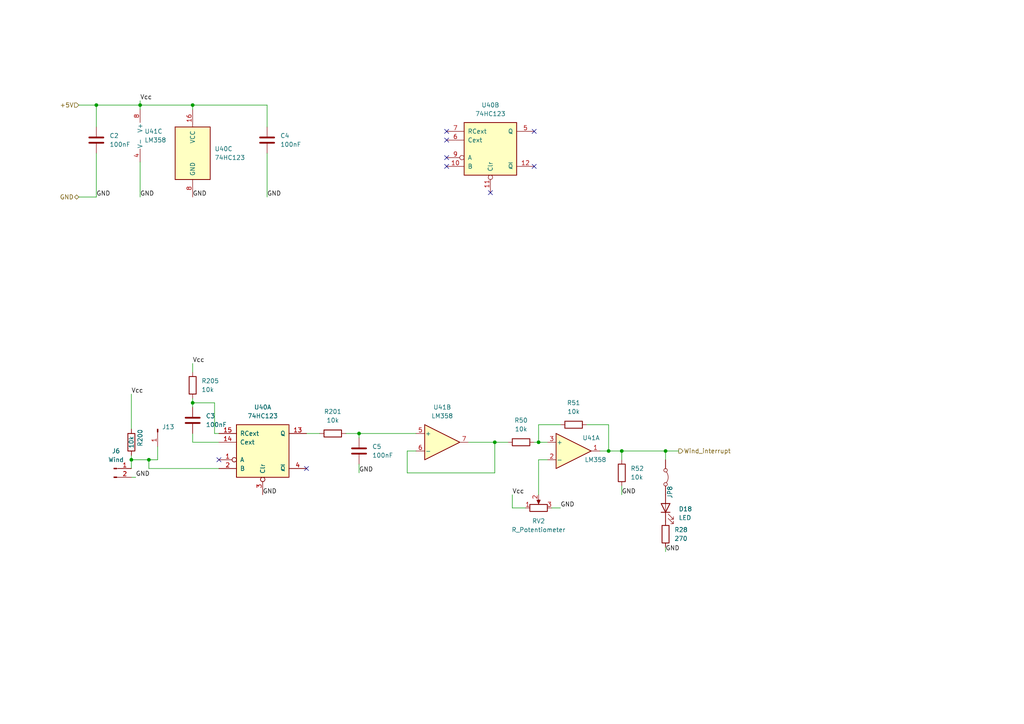
<source format=kicad_sch>
(kicad_sch (version 20231120) (generator "eeschema") (generator_version "8.0")
  (paper "A4")
  (title_block (title "Wind handler") (date "2024-04-17") (rev "1.0"))
  (lib_symbols
    (symbol "74xx:74HC123" (pin_names (offset 1.016))
      (property "Reference" "U" (at -7.62 8.89 0))
      (property "Value" "74HC123" (at -7.62 -8.89 0))
      (symbol "74HC123_1_0"
        (pin input inverted (at -12.7 -2.54 0) (length 5.08) (name "A") (number "1"))
        (pin output line (at 12.7 5.08 180) (length 5.08) (name "Q") (number "13"))
        (pin input line (at -12.7 2.54 0) (length 5.08) (name "Cext") (number "14"))
        (pin input line (at -12.7 5.08 0) (length 5.08) (name "RCext") (number "15"))
        (pin input line (at -12.7 -5.08 0) (length 5.08) (name "B") (number "2"))
        (pin input inverted (at 0 -12.7 90) (length 5.08) (name "Clr") (number "3"))
        (pin output line (at 12.7 -5.08 180) (length 5.08) (name "~{Q}") (number "4"))
      )
      (symbol "74HC123_1_1"
        (rectangle (start -7.62 7.62) (end 7.62 -7.62) (stroke (width 0.254)) (fill (type background)))
      )
      (symbol "74HC123_2_0"
        (pin input line (at -12.7 -5.08 0) (length 5.08) (name "B") (number "10"))
        (pin input inverted (at 0 -12.7 90) (length 5.08) (name "Clr") (number "11"))
        (pin output line (at 12.7 -5.08 180) (length 5.08) (name "~{Q}") (number "12"))
        (pin output line (at 12.7 5.08 180) (length 5.08) (name "Q") (number "5"))
        (pin input line (at -12.7 2.54 0) (length 5.08) (name "Cext") (number "6"))
        (pin input line (at -12.7 5.08 0) (length 5.08) (name "RCext") (number "7"))
        (pin input inverted (at -12.7 -2.54 0) (length 5.08) (name "A") (number "9"))
      )
      (symbol "74HC123_2_1"
        (rectangle (start -7.62 7.62) (end 7.62 -7.62) (stroke (width 0.254)) (fill (type background)))
      )
      (symbol "74HC123_3_0"
        (pin power_in line (at 0 12.7 270) (length 5.08) (name "VCC") (number "16"))
        (pin power_in line (at 0 -12.7 90) (length 5.08) (name "GND") (number "8"))
      )
      (symbol "74HC123_3_1"
        (rectangle (start -5.08 7.62) (end 5.08 -7.62) (stroke (width 0.254)) (fill (type background)))
      )
    )
    (symbol "Amplifier_Operational:LM358" (pin_names (offset 0.127))
      (property "Reference" "U" (at 0 5.08 0))
      (property "Value" "LM358" (at 0 -5.08 0))
      (symbol "LM358_1_1"
        (polyline (pts (xy -5.08 5.08) (xy 5.08 0) (xy -5.08 -5.08) (xy -5.08 5.08)) (stroke (width 0.254)) (fill (type background)))
        (pin output line (at 7.62 0 180) (length 2.54) (name "~") (number "1"))
        (pin input line (at -7.62 -2.54 0) (length 2.54) (name "-") (number "2"))
        (pin input line (at -7.62 2.54 0) (length 2.54) (name "+") (number "3"))
      )
      (symbol "LM358_2_1"
        (polyline (pts (xy -5.08 5.08) (xy 5.08 0) (xy -5.08 -5.08) (xy -5.08 5.08)) (stroke (width 0.254)) (fill (type background)))
        (pin input line (at -7.62 2.54 0) (length 2.54) (name "+") (number "5"))
        (pin input line (at -7.62 -2.54 0) (length 2.54) (name "-") (number "6"))
        (pin output line (at 7.62 0 180) (length 2.54) (name "~") (number "7"))
      )
      (symbol "LM358_3_1"
        (pin power_in line (at -2.54 -7.62 90) (length 3.81) (name "V-") (number "4"))
        (pin power_in line (at -2.54 7.62 270) (length 3.81) (name "V+") (number "8"))
      )
    )
    (symbol "Connector:Conn_01x01_Pin" (pin_names (offset 1.016) hide)
      (property "Reference" "J" (at 0 2.54 0))
      (property "Value" "Conn_01x01_Pin" (at 0 -2.54 0))
      (symbol "Conn_01x01_Pin_1_1"
        (polyline (pts (xy 1.27 0) (xy 0.8636 0)) (stroke (width 0.1524)))
        (rectangle (start 0.8636 0.127) (end 0 -0.127) (stroke (width 0.1524)) (fill (type outline)))
        (pin passive line (at 5.08 0 180) (length 3.81) (name "Pin_1") (number "1"))
      )
    )
    (symbol "Connector:Conn_01x02_Pin" (pin_names (offset 1.016) hide)
      (property "Reference" "J" (at 0 2.54 0))
      (property "Value" "Conn_01x02_Pin" (at 0 -5.08 0))
      (symbol "Conn_01x02_Pin_1_1"
        (polyline (pts (xy 1.27 -2.54) (xy 0.8636 -2.54)) (stroke (width 0.1524)))
        (polyline (pts (xy 1.27 0) (xy 0.8636 0)) (stroke (width 0.1524)))
        (rectangle (start 0.8636 -2.413) (end 0 -2.667) (stroke (width 0.1524)) (fill (type outline)))
        (rectangle (start 0.8636 0.127) (end 0 -0.127) (stroke (width 0.1524)) (fill (type outline)))
        (pin passive line (at 5.08 0 180) (length 3.81) (name "Pin_1") (number "1"))
        (pin passive line (at 5.08 -2.54 180) (length 3.81) (name "Pin_2") (number "2"))
      )
    )
    (symbol "Device:C" (pin_numbers hide) (pin_names (offset 0.254))
      (property "Reference" "C" (at 0.635 2.54 0))
      (property "Value" "C" (at 0.635 -2.54 0))
      (symbol "C_0_1"
        (polyline (pts (xy -2.032 -0.762) (xy 2.032 -0.762)) (stroke (width 0.508)))
        (polyline (pts (xy -2.032 0.762) (xy 2.032 0.762)) (stroke (width 0.508)))
      )
      (symbol "C_1_1"
        (pin passive line (at 0 3.81 270) (length 2.794) (name "~") (number "1"))
        (pin passive line (at 0 -3.81 90) (length 2.794) (name "~") (number "2"))
      )
    )
    (symbol "Device:LED" (pin_numbers hide) (pin_names (offset 1.016) hide)
      (property "Reference" "D" (at 0 2.54 0))
      (property "Value" "LED" (at 0 -2.54 0))
      (symbol "LED_0_1"
        (polyline (pts (xy -1.27 -1.27) (xy -1.27 1.27)) (stroke (width 0.254)))
        (polyline (pts (xy -1.27 0) (xy 1.27 0)))
        (polyline (pts (xy 1.27 -1.27) (xy 1.27 1.27) (xy -1.27 0) (xy 1.27 -1.27)) (stroke (width 0.254)))
        (polyline (pts (xy -3.048 -0.762) (xy -4.572 -2.286) (xy -3.81 -2.286) (xy -4.572 -2.286) (xy -4.572 -1.524)))
        (polyline (pts (xy -1.778 -0.762) (xy -3.302 -2.286) (xy -2.54 -2.286) (xy -3.302 -2.286) (xy -3.302 -1.524)))
      )
      (symbol "LED_1_1"
        (pin passive line (at -3.81 0 0) (length 2.54) (name "K") (number "1"))
        (pin passive line (at 3.81 0 180) (length 2.54) (name "A") (number "2"))
      )
    )
    (symbol "Device:R" (pin_numbers hide) (pin_names (offset 0))
      (property "Reference" "R" (at 2.032 0 90))
      (property "Value" "R" (at 0 0 90))
      (symbol "R_0_1"
        (rectangle (start -1.016 -2.54) (end 1.016 2.54) (stroke (width 0.254)))
      )
      (symbol "R_1_1"
        (pin passive line (at 0 3.81 270) (length 1.27) (name "~") (number "1"))
        (pin passive line (at 0 -3.81 90) (length 1.27) (name "~") (number "2"))
      )
    )
    (symbol "Device:R_Potentiometer" (pin_names (offset 1.016) hide)
      (property "Reference" "RV" (at -4.445 0 90))
      (property "Value" "R_Potentiometer" (at -2.54 0 90))
      (symbol "R_Potentiometer_0_1"
        (polyline (pts (xy 2.54 0) (xy 1.524 0)))
        (polyline (pts (xy 1.143 0) (xy 2.286 0.508) (xy 2.286 -0.508) (xy 1.143 0)) (fill (type outline)))
        (rectangle (start 1.016 2.54) (end -1.016 -2.54) (stroke (width 0.254)))
      )
      (symbol "R_Potentiometer_1_1"
        (pin passive line (at 0 3.81 270) (length 1.27) (name "1") (number "1"))
        (pin passive line (at 3.81 0 180) (length 1.27) (name "2") (number "2"))
        (pin passive line (at 0 -3.81 90) (length 1.27) (name "3") (number "3"))
      )
    )
    (symbol "Jumper:Jumper_2_Bridged" (pin_numbers hide) (pin_names (offset 0) hide) (exclude_from_sim yes)
      (property "Reference" "JP" (at 0 1.905 0))
      (property "Value" "Jumper_2_Bridged" (at 0 -2.54 0))
      (symbol "Jumper_2_Bridged_0_0"
        (circle (center -2.032 0) (radius 0.508))
        (circle (center 2.032 0) (radius 0.508))
      )
      (symbol "Jumper_2_Bridged_0_1"
        (arc (start 1.524 0.254) (mid 0 0.762) (end -1.524 0.254))
      )
      (symbol "Jumper_2_Bridged_1_1"
        (pin passive line (at -5.08 0 0) (length 2.54) (name "A") (number "1"))
        (pin passive line (at 5.08 0 180) (length 2.54) (name "B") (number "2"))
      )
    )
  )
  (junction (at 156.21 128.27))
  (junction (at 55.88 30.48))
  (junction (at 43.18 133.35))
  (junction (at 180.34 130.81))
  (junction (at 55.88 116.84))
  (junction (at 104.14 125.73))
  (junction (at 193.04 130.81))
  (junction (at 38.1 133.35))
  (junction (at 40.64 30.48))
  (junction (at 27.94 30.48))
  (junction (at 176.53 130.81))
  (junction (at 143.51 128.27))
  (no_connect (at 129.54 38.1))
  (no_connect (at 142.24 55.88))
  (no_connect (at 154.94 48.26))
  (no_connect (at 154.94 38.1))
  (no_connect (at 129.54 40.64))
  (no_connect (at 129.54 48.26))
  (no_connect (at 88.9 135.89))
  (no_connect (at 129.54 45.72))
  (no_connect (at 63.5 133.35))
  (wire (pts (xy 143.51 128.27) (xy 147.32 128.27)))
  (wire (pts (xy 148.59 147.32) (xy 152.4 147.32)))
  (wire (pts (xy 176.53 123.19) (xy 176.53 130.81)))
  (wire (pts (xy 104.14 125.73) (xy 120.65 125.73)))
  (wire (pts (xy 104.14 125.73) (xy 104.14 127)))
  (wire (pts (xy 120.65 130.81) (xy 118.11 130.81)))
  (wire (pts (xy 162.56 123.19) (xy 156.21 123.19)))
  (wire (pts (xy 55.88 31.75) (xy 55.88 30.48)))
  (wire (pts (xy 43.18 133.35) (xy 45.72 133.35)))
  (wire (pts (xy 193.04 158.75) (xy 193.04 160.02)))
  (wire (pts (xy 40.64 30.48) (xy 55.88 30.48)))
  (wire (pts (xy 143.51 137.16) (xy 143.51 128.27)))
  (wire (pts (xy 118.11 130.81) (xy 118.11 137.16)))
  (wire (pts (xy 38.1 133.35) (xy 43.18 133.35)))
  (wire (pts (xy 180.34 133.35) (xy 180.34 130.81)))
  (wire (pts (xy 27.94 44.45) (xy 27.94 57.15)))
  (wire (pts (xy 55.88 105.41) (xy 55.88 107.95)))
  (wire (pts (xy 38.1 133.35) (xy 38.1 135.89)))
  (wire (pts (xy 55.88 115.57) (xy 55.88 116.84)))
  (wire (pts (xy 156.21 123.19) (xy 156.21 128.27)))
  (wire (pts (xy 77.47 44.45) (xy 77.47 57.15)))
  (wire (pts (xy 180.34 130.81) (xy 193.04 130.81)))
  (wire (pts (xy 38.1 132.08) (xy 38.1 133.35)))
  (wire (pts (xy 143.51 128.27) (xy 135.89 128.27)))
  (wire (pts (xy 62.23 125.73) (xy 62.23 116.84)))
  (wire (pts (xy 22.86 57.15) (xy 27.94 57.15)))
  (wire (pts (xy 170.18 123.19) (xy 176.53 123.19)))
  (wire (pts (xy 55.88 116.84) (xy 62.23 116.84)))
  (wire (pts (xy 173.99 130.81) (xy 176.53 130.81)))
  (wire (pts (xy 38.1 138.43) (xy 39.37 138.43)))
  (wire (pts (xy 118.11 137.16) (xy 143.51 137.16)))
  (wire (pts (xy 104.14 134.62) (xy 104.14 137.16)))
  (wire (pts (xy 45.72 129.54) (xy 45.72 133.35)))
  (wire (pts (xy 40.64 30.48) (xy 40.64 31.75)))
  (wire (pts (xy 100.33 125.73) (xy 104.14 125.73)))
  (wire (pts (xy 160.02 147.32) (xy 162.56 147.32)))
  (wire (pts (xy 55.88 30.48) (xy 77.47 30.48)))
  (wire (pts (xy 158.75 133.35) (xy 156.21 133.35)))
  (wire (pts (xy 55.88 125.73) (xy 55.88 128.27)))
  (wire (pts (xy 63.5 128.27) (xy 55.88 128.27)))
  (wire (pts (xy 193.04 130.81) (xy 193.04 133.35)))
  (wire (pts (xy 156.21 133.35) (xy 156.21 143.51)))
  (wire (pts (xy 180.34 140.97) (xy 180.34 143.51)))
  (wire (pts (xy 55.88 116.84) (xy 55.88 118.11)))
  (wire (pts (xy 156.21 128.27) (xy 158.75 128.27)))
  (wire (pts (xy 43.18 135.89) (xy 43.18 133.35)))
  (wire (pts (xy 40.64 29.21) (xy 40.64 30.48)))
  (wire (pts (xy 22.86 30.48) (xy 27.94 30.48)))
  (wire (pts (xy 27.94 30.48) (xy 27.94 36.83)))
  (wire (pts (xy 88.9 125.73) (xy 92.71 125.73)))
  (wire (pts (xy 77.47 36.83) (xy 77.47 30.48)))
  (wire (pts (xy 148.59 143.51) (xy 148.59 147.32)))
  (wire (pts (xy 154.94 128.27) (xy 156.21 128.27)))
  (wire (pts (xy 176.53 130.81) (xy 180.34 130.81)))
  (wire (pts (xy 63.5 125.73) (xy 62.23 125.73)))
  (wire (pts (xy 193.04 130.81) (xy 196.85 130.81)))
  (wire (pts (xy 63.5 135.89) (xy 43.18 135.89)))
  (wire (pts (xy 27.94 30.48) (xy 40.64 30.48)))
  (wire (pts (xy 40.64 46.99) (xy 40.64 57.15)))
  (wire (pts (xy 38.1 114.3) (xy 38.1 124.46)))
  (label "GND" (at 180.34 143.51 0))
  (label "GND" (at 27.94 57.15 0))
  (label "GND" (at 104.14 137.16 0))
  (label "GND" (at 55.88 57.15 0))
  (label "GND" (at 162.56 147.32 0))
  (label "Vcc" (at 55.88 105.41 0))
  (label "GND" (at 77.47 57.15 0))
  (label "GND" (at 76.2 143.51 0))
  (label "GND" (at 193.04 160.02 0))
  (label "Vcc" (at 40.64 29.21 0))
  (label "GND" (at 39.37 138.43 0))
  (label "GND" (at 40.64 57.15 0))
  (label "Vcc" (at 148.59 143.51 0))
  (label "Vcc" (at 38.1 114.3 0))
  (hierarchical_label "Wind_interrupt" (shape output) (at 196.85 130.81 0))
  (hierarchical_label "GND" (shape bidirectional) (at 22.86 57.15 180))
  (hierarchical_label "+5V" (shape input) (at 22.86 30.48 180))
  (symbol (lib_id "74xx:74HC123") (at 55.88 44.45 0) (unit 3)
    (property "Reference" "U40" (at 62.23 43.1799 0) (effects (justify left)))
    (property "Value" "74HC123" (at 62.23 45.7199 0) (effects (justify left)))
    (property "Footprint" "Package_DIP:DIP-16_W7.62mm_Socket" (effects (hide yes)))
    (property "Datasheet" "https://assets.nexperia.com/documents/data-sheet/74HC_HCT123.pdf" (effects (hide yes)))
    (property "Description" "Dual retriggerable monostable multivibrator" (effects (hide yes)))
  )
  (symbol (lib_id "Device:LED") (at 193.04 147.32 90) (unit 1)
    (property "Reference" "D18" (at 196.85 147.6375 90) (effects (justify right)))
    (property "Value" "LED" (at 196.85 150.1775 90) (effects (justify right)))
    (property "Footprint" "LED_THT:LED_D3.0mm" (effects (hide yes)))
  )
  (symbol (lib_id "74xx:74HC123") (at 76.2 130.81 0) (unit 1)
    (property "Reference" "U40" (at 76.2 118.11 0))
    (property "Value" "74HC123" (at 76.2 120.65 0))
    (property "Footprint" "Package_DIP:DIP-16_W7.62mm_Socket" (effects (hide yes)))
    (property "Datasheet" "https://assets.nexperia.com/documents/data-sheet/74HC_HCT123.pdf" (effects (hide yes)))
    (property "Description" "Dual retriggerable monostable multivibrator" (effects (hide yes)))
  )
  (symbol (lib_id "Device:R") (at 96.52 125.73 90) (unit 1)
    (property "Reference" "R201" (at 96.52 119.38 90))
    (property "Value" "10k" (at 96.52 121.92 90))
    (property "Footprint" "Resistor_THT:R_Axial_DIN0207_L6.3mm_D2.5mm_P7.62mm_Horizontal" (effects (hide yes)))
  )
  (symbol (lib_id "Amplifier_Operational:LM358") (at 166.37 130.81 0) (unit 1)
    (property "Reference" "U41" (at 171.45 127 0))
    (property "Value" "LM358" (at 172.72 133.35 0))
    (property "Footprint" "Package_DIP:DIP-8_W7.62mm_Socket" (effects (hide yes)))
    (property "Datasheet" "http://www.ti.com/lit/ds/symlink/lm2904-n.pdf" (effects (hide yes)))
  )
  (symbol (lib_id "Device:R_Potentiometer") (at 156.21 147.32 90) (unit 1)
    (property "Reference" "RV2" (at 156.21 151.13 90))
    (property "Value" "R_Potentiometer" (at 156.21 153.67 90))
    (property "Footprint" "Potentiometer_THT:Potentiometer_Bourns_3266Y_Vertical" (effects (hide yes)))
  )
  (symbol (lib_id "Device:C") (at 55.88 121.92 0) (unit 1)
    (property "Reference" "C3" (at 59.69 120.65 0) (effects (justify left)))
    (property "Value" "100nF" (at 59.69 123.19 0) (effects (justify left)))
    (property "Footprint" "Capacitor_SMD:C_0603_1608Metric" (effects (hide yes)))
  )
  (symbol (lib_id "Device:C") (at 77.47 40.64 0) (unit 1)
    (property "Reference" "C4" (at 81.28 39.37 0) (effects (justify left)))
    (property "Value" "100nF" (at 81.28 41.91 0) (effects (justify left)))
    (property "Footprint" "Capacitor_THT:C_Radial_D5.0mm_H11.0mm_P2.00mm" (effects (hide yes)))
  )
  (symbol (lib_id "Jumper:Jumper_2_Bridged") (at 193.04 138.43 270) (unit 1) (exclude_from_sim yes)
    (property "Reference" "JP8" (at 194.31 142.748 0))
    (property "Value" "Jumper" (effects (hide yes)))
    (property "Footprint" "Connector_PinHeader_2.54mm:PinHeader_1x02_P2.54mm_Vertical" (effects (hide yes)))
    (property "Description" "Jumper, 2-pole, closed/bridged" (effects (hide yes)))
  )
  (symbol (lib_id "Device:R") (at 166.37 123.19 90) (unit 1)
    (property "Reference" "R51" (at 166.37 116.84 90))
    (property "Value" "10k" (at 166.37 119.38 90))
    (property "Footprint" "Resistor_THT:R_Axial_DIN0207_L6.3mm_D2.5mm_P7.62mm_Horizontal" (effects (hide yes)))
  )
  (symbol (lib_id "Device:R") (at 193.04 154.94 0) (unit 1)
    (property "Reference" "R28" (at 195.58 153.67 0) (effects (justify left)))
    (property "Value" "270" (at 195.58 156.21 0) (effects (justify left)))
    (property "Footprint" "Resistor_THT:R_Axial_DIN0207_L6.3mm_D2.5mm_P7.62mm_Horizontal" (effects (hide yes)))
  )
  (symbol (lib_id "Device:C") (at 27.94 40.64 0) (unit 1)
    (property "Reference" "C2" (at 31.75 39.37 0) (effects (justify left)))
    (property "Value" "100nF" (at 31.75 41.91 0) (effects (justify left)))
    (property "Footprint" "Capacitor_THT:C_Radial_D5.0mm_H11.0mm_P2.00mm" (effects (hide yes)))
  )
  (symbol (lib_id "Device:R") (at 180.34 137.16 180) (unit 1)
    (property "Reference" "R52" (at 182.88 135.8899 0) (effects (justify right)))
    (property "Value" "10k" (at 182.88 138.4299 0) (effects (justify right)))
    (property "Footprint" "Resistor_THT:R_Axial_DIN0207_L6.3mm_D2.5mm_P7.62mm_Horizontal" (effects (hide yes)))
  )
  (symbol (lib_id "Connector:Conn_01x01_Pin") (at 45.72 124.46 270) (unit 1)
    (property "Reference" "J13" (at 46.99 123.8249 90) (effects (justify left)))
    (property "Value" "RAW_data_Wind" (effects (hide yes)))
    (property "Footprint" "Connector_PinHeader_2.54mm:PinHeader_1x01_P2.54mm_Vertical" (effects (hide yes)))
    (property "Description" "Generic connector, single row, 01x01, script generated" (effects (hide yes)))
  )
  (symbol (lib_id "Device:R") (at 55.88 111.76 0) (unit 1)
    (property "Reference" "R205" (at 58.42 110.4899 0) (effects (justify left)))
    (property "Value" "10k" (at 58.42 113.0299 0) (effects (justify left)))
    (property "Footprint" "Resistor_THT:R_Axial_DIN0207_L6.3mm_D2.5mm_P7.62mm_Horizontal" (effects (hide yes)))
  )
  (symbol (lib_id "Device:C") (at 104.14 130.81 0) (unit 1)
    (property "Reference" "C5" (at 107.95 129.54 0) (effects (justify left)))
    (property "Value" "100nF" (at 107.95 132.08 0) (effects (justify left)))
    (property "Footprint" "Capacitor_SMD:C_0603_1608Metric" (effects (hide yes)))
  )
  (symbol (lib_id "Amplifier_Operational:LM358") (at 128.27 128.27 0) (unit 2)
    (property "Reference" "U41" (at 128.27 118.11 0))
    (property "Value" "LM358" (at 128.27 120.65 0))
    (property "Footprint" "Package_DIP:DIP-8_W7.62mm_Socket" (effects (hide yes)))
    (property "Datasheet" "http://www.ti.com/lit/ds/symlink/lm2904-n.pdf" (effects (hide yes)))
    (property "Description" "Low-Power, Dual Operational Amplifiers, DIP-8/SOIC-8/TO-99-8" (effects (hide yes)))
  )
  (symbol (lib_id "Connector:Conn_01x02_Pin") (at 33.02 135.89 0) (unit 1)
    (property "Reference" "J6" (at 33.655 130.81 0))
    (property "Value" "Wind" (at 33.655 133.35 0))
    (property "Footprint" "TerminalBlock_Phoenix:TerminalBlock_Phoenix_MPT-0,5-2-2.54_1x02_P2.54mm_Horizontal" (effects (hide yes)))
  )
  (symbol (lib_id "Device:R") (at 151.13 128.27 90) (unit 1)
    (property "Reference" "R50" (at 151.13 121.92 90))
    (property "Value" "10k" (at 151.13 124.46 90))
    (property "Footprint" "Resistor_THT:R_Axial_DIN0207_L6.3mm_D2.5mm_P7.62mm_Horizontal" (effects (hide yes)))
  )
  (symbol (lib_id "Device:R") (at 38.1 128.27 0) (unit 1)
    (property "Reference" "R200" (at 40.64 127 90))
    (property "Value" "10k" (at 38.1 128.27 90))
    (property "Footprint" "Resistor_THT:R_Axial_DIN0207_L6.3mm_D2.5mm_P7.62mm_Horizontal" (effects (hide yes)))
  )
  (symbol (lib_id "Amplifier_Operational:LM358") (at 43.18 39.37 0) (unit 3)
    (property "Reference" "U41" (at 41.91 38.0999 0) (effects (justify left)))
    (property "Value" "LM358" (at 41.91 40.6399 0) (effects (justify left)))
    (property "Footprint" "Package_DIP:DIP-8_W7.62mm_Socket" (effects (hide yes)))
    (property "Datasheet" "http://www.ti.com/lit/ds/symlink/lm2904-n.pdf" (effects (hide yes)))
  )
  (symbol (lib_id "74xx:74HC123") (at 142.24 43.18 0) (unit 2)
    (property "Reference" "U40" (at 142.24 30.48 0))
    (property "Value" "74HC123" (at 142.24 33.02 0))
    (property "Footprint" "Package_DIP:DIP-16_W7.62mm_Socket" (effects (hide yes)))
    (property "Datasheet" "https://assets.nexperia.com/documents/data-sheet/74HC_HCT123.pdf" (effects (hide yes)))
    (property "Description" "Dual retriggerable monostable multivibrator" (effects (hide yes)))
  )
)
</source>
